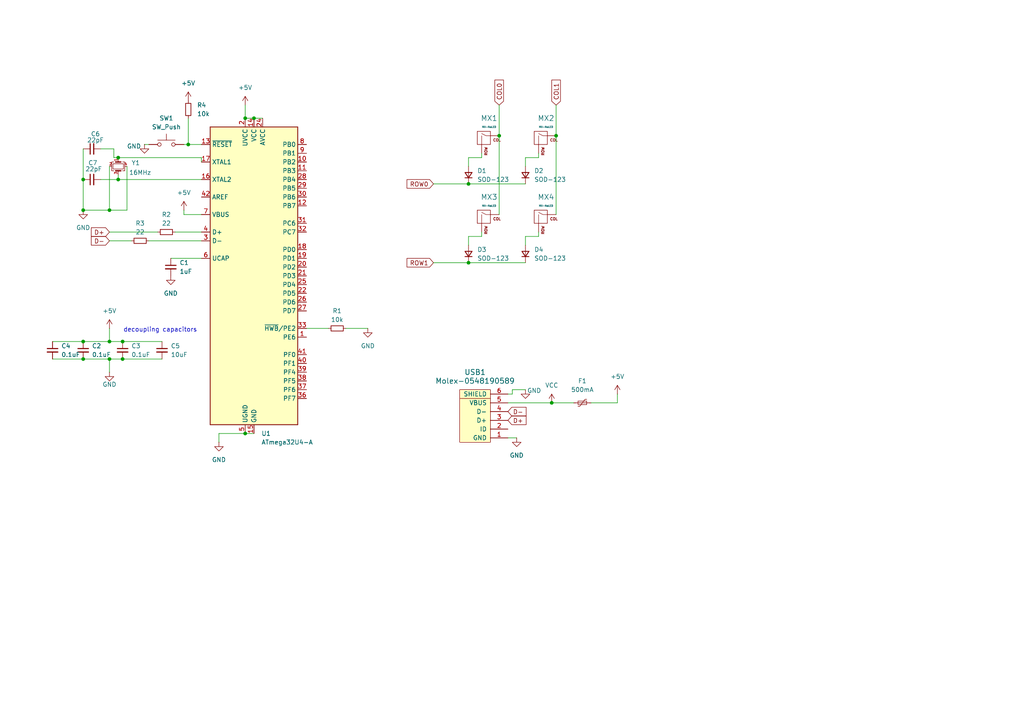
<source format=kicad_sch>
(kicad_sch (version 20250114) (generator "eeschema") (generator_version "9.0")
  (paper "A4")
  (lib_symbols
    (symbol "Device:C_Small" (pin_numbers (hide yes)) (pin_names (offset 0.254) (hide yes))
      (property "Reference" "C" (at 0.254 1.778 0))
      (property "Value" "C_Small" (at 0.254 -2.032 0))
      (symbol "C_Small_0_1"
        (polyline (pts (xy -1.524 0.508) (xy 1.524 0.508)) (stroke (width 0.3048)))
        (polyline (pts (xy -1.524 -0.508) (xy 1.524 -0.508)) (stroke (width 0.3302)))
      )
      (symbol "C_Small_1_1"
        (pin passive line (at 0 2.54 270) (length 2.032) (name "~") (number "1"))
        (pin passive line (at 0 -2.54 90) (length 2.032) (name "~") (number "2"))
      )
    )
    (symbol "Device:Crystal_GND24_Small" (pin_names (offset 1.016) (hide yes))
      (property "Reference" "Y" (at 1.27 4.445 0))
      (property "Value" "Crystal_GND24_Small" (at 1.27 2.54 0))
      (symbol "Crystal_GND24_Small_0_1"
        (polyline (pts (xy -1.27 1.27) (xy -1.27 1.905) (xy 1.27 1.905) (xy 1.27 1.27)))
        (polyline (pts (xy -1.27 -0.762) (xy -1.27 0.762)) (stroke (width 0.381)))
        (polyline (pts (xy -1.27 -1.27) (xy -1.27 -1.905) (xy 1.27 -1.905) (xy 1.27 -1.27)))
        (rectangle (start -0.762 -1.524) (end 0.762 1.524))
        (polyline (pts (xy 1.27 -0.762) (xy 1.27 0.762)) (stroke (width 0.381)))
      )
      (symbol "Crystal_GND24_Small_1_1"
        (pin passive line (at -2.54 0 0) (length 1.27) (name "1") (number "1"))
        (pin passive line (at 0 2.54 270) (length 0.635) (name "4") (number "4"))
        (pin passive line (at 0 -2.54 90) (length 0.635) (name "2") (number "2"))
        (pin passive line (at 2.54 0 180) (length 1.27) (name "3") (number "3"))
      )
    )
    (symbol "Device:D_Small" (pin_numbers (hide yes)) (pin_names (offset 0.254) (hide yes))
      (property "Reference" "D" (at -1.27 2.032 0))
      (property "Value" "D_Small" (at -3.81 -2.032 0))
      (symbol "D_Small_0_1"
        (polyline (pts (xy -0.762 0) (xy 0.762 0)))
        (polyline (pts (xy -0.762 -1.016) (xy -0.762 1.016)) (stroke (width 0.254)))
        (polyline (pts (xy 0.762 -1.016) (xy -0.762 0) (xy 0.762 1.016) (xy 0.762 -1.016)) (stroke (width 0.254)))
      )
      (symbol "D_Small_1_1"
        (pin passive line (at -2.54 0 0) (length 1.778) (name "K") (number "1"))
        (pin passive line (at 2.54 0 180) (length 1.778) (name "A") (number "2"))
      )
    )
    (symbol "Device:Polyfuse_Small" (pin_numbers (hide yes)) (pin_names (offset 0))
      (property "Reference" "F" (at -1.905 0 90))
      (property "Value" "Polyfuse_Small" (at 1.905 0 90))
      (symbol "Polyfuse_Small_0_1"
        (polyline (pts (xy -1.016 1.27) (xy -1.016 0.762) (xy 1.016 -0.762) (xy 1.016 -1.27)))
        (rectangle (start -0.508 1.27) (end 0.508 -1.27))
        (polyline (pts (xy 0 2.54) (xy 0 -2.54)))
      )
      (symbol "Polyfuse_Small_1_1"
        (pin passive line (at 0 2.54 270) (length 0.635) (name "~") (number "1"))
        (pin passive line (at 0 -2.54 90) (length 0.635) (name "~") (number "2"))
      )
    )
    (symbol "Device:R_Small" (pin_numbers (hide yes)) (pin_names (offset 0.254) (hide yes))
      (property "Reference" "R" (at 0.762 0.508 0))
      (property "Value" "R_Small" (at 0.762 -1.016 0))
      (symbol "R_Small_0_1"
        (rectangle (start -0.762 1.778) (end 0.762 -1.778) (stroke (width 0.2032)))
      )
      (symbol "R_Small_1_1"
        (pin passive line (at 0 2.54 270) (length 0.762) (name "~") (number "1"))
        (pin passive line (at 0 -2.54 90) (length 0.762) (name "~") (number "2"))
      )
    )
    (symbol "MCU_Microchip_ATmega:ATmega32U4-A"
      (property "Reference" "U" (at -12.7 44.45 0))
      (property "Value" "ATmega32U4-A" (at 2.54 -44.45 0))
      (symbol "ATmega32U4-A_0_1"
        (rectangle (start -12.7 -43.18) (end 12.7 43.18) (stroke (width 0.254)) (fill (type background)))
      )
      (symbol "ATmega32U4-A_1_1"
        (pin input line (at -15.24 38.1 0) (length 2.54) (name "~{RESET}") (number "13"))
        (pin input line (at -15.24 33.02 0) (length 2.54) (name "XTAL1") (number "17"))
        (pin output line (at -15.24 27.94 0) (length 2.54) (name "XTAL2") (number "16"))
        (pin passive line (at -15.24 22.86 0) (length 2.54) (name "AREF") (number "42"))
        (pin input line (at -15.24 17.78 0) (length 2.54) (name "VBUS") (number "7"))
        (pin bidirectional line (at -15.24 12.7 0) (length 2.54) (name "D+") (number "4"))
        (pin bidirectional line (at -15.24 10.16 0) (length 2.54) (name "D-") (number "3"))
        (pin passive line (at -15.24 5.08 0) (length 2.54) (name "UCAP") (number "6"))
        (pin power_in line (at -2.54 45.72 270) (length 2.54) (name "UVCC") (number "2"))
        (pin passive line (at -2.54 -45.72 90) (length 2.54) (name "UGND") (number "5"))
        (pin power_in line (at 0 45.72 270) (length 2.54) (name "VCC") (number "14"))
        (pin passive line (at 0 45.72 270) (length 2.54) (hide yes) (name "VCC") (number "34"))
        (pin power_in line (at 0 -45.72 90) (length 2.54) (name "GND") (number "15"))
        (pin passive line (at 0 -45.72 90) (length 2.54) (hide yes) (name "GND") (number "23"))
        (pin passive line (at 0 -45.72 90) (length 2.54) (hide yes) (name "GND") (number "35"))
        (pin passive line (at 0 -45.72 90) (length 2.54) (hide yes) (name "GND") (number "43"))
        (pin power_in line (at 2.54 45.72 270) (length 2.54) (name "AVCC") (number "24"))
        (pin passive line (at 2.54 45.72 270) (length 2.54) (hide yes) (name "AVCC") (number "44"))
        (pin bidirectional line (at 15.24 38.1 180) (length 2.54) (name "PB0") (number "8"))
        (pin bidirectional line (at 15.24 35.56 180) (length 2.54) (name "PB1") (number "9"))
        (pin bidirectional line (at 15.24 33.02 180) (length 2.54) (name "PB2") (number "10"))
        (pin bidirectional line (at 15.24 30.48 180) (length 2.54) (name "PB3") (number "11"))
        (pin bidirectional line (at 15.24 27.94 180) (length 2.54) (name "PB4") (number "28"))
        (pin bidirectional line (at 15.24 25.4 180) (length 2.54) (name "PB5") (number "29"))
        (pin bidirectional line (at 15.24 22.86 180) (length 2.54) (name "PB6") (number "30"))
        (pin bidirectional line (at 15.24 20.32 180) (length 2.54) (name "PB7") (number "12"))
        (pin bidirectional line (at 15.24 15.24 180) (length 2.54) (name "PC6") (number "31"))
        (pin bidirectional line (at 15.24 12.7 180) (length 2.54) (name "PC7") (number "32"))
        (pin bidirectional line (at 15.24 7.62 180) (length 2.54) (name "PD0") (number "18"))
        (pin bidirectional line (at 15.24 5.08 180) (length 2.54) (name "PD1") (number "19"))
        (pin bidirectional line (at 15.24 2.54 180) (length 2.54) (name "PD2") (number "20"))
        (pin bidirectional line (at 15.24 0 180) (length 2.54) (name "PD3") (number "21"))
        (pin bidirectional line (at 15.24 -2.54 180) (length 2.54) (name "PD4") (number "25"))
        (pin bidirectional line (at 15.24 -5.08 180) (length 2.54) (name "PD5") (number "22"))
        (pin bidirectional line (at 15.24 -7.62 180) (length 2.54) (name "PD6") (number "26"))
        (pin bidirectional line (at 15.24 -10.16 180) (length 2.54) (name "PD7") (number "27"))
        (pin bidirectional line (at 15.24 -15.24 180) (length 2.54) (name "~{HWB}/PE2") (number "33"))
        (pin bidirectional line (at 15.24 -17.78 180) (length 2.54) (name "PE6") (number "1"))
        (pin bidirectional line (at 15.24 -22.86 180) (length 2.54) (name "PF0") (number "41"))
        (pin bidirectional line (at 15.24 -25.4 180) (length 2.54) (name "PF1") (number "40"))
        (pin bidirectional line (at 15.24 -27.94 180) (length 2.54) (name "PF4") (number "39"))
        (pin bidirectional line (at 15.24 -30.48 180) (length 2.54) (name "PF5") (number "38"))
        (pin bidirectional line (at 15.24 -33.02 180) (length 2.54) (name "PF6") (number "37"))
        (pin bidirectional line (at 15.24 -35.56 180) (length 2.54) (name "PF7") (number "36"))
      )
    )
    (symbol "MX_Alps_Hybrid:MX-NoLED" (pin_names (offset 1.016))
      (property "Reference" "MX" (at -0.635 3.81 0))
      (property "Value" "MX-NoLED" (at -0.635 1.27 0))
      (symbol "MX-NoLED_0_0"
        (rectangle (start -2.54 2.54) (end 1.27 -1.27))
        (polyline (pts (xy -1.27 -1.27) (xy -1.27 1.27)) (stroke (width 0.127)))
        (polyline (pts (xy 1.27 1.27) (xy 0 1.27) (xy -1.27 1.905)) (stroke (width 0.127)))
        (text "ROW" (at 0 -1.905 900) (effects (font (size 0.762 0.762)) (justify right)))
        (text "COL" (at 3.175 0 0) (effects (font (size 0.762 0.762))))
      )
      (symbol "MX-NoLED_1_1"
        (pin passive line (at -1.27 -3.81 90) (length 2.54) (name "ROW") (number "2"))
        (pin passive line (at 3.81 1.27 180) (length 2.54) (name "COL") (number "1"))
      )
    )
    (symbol "Switch:SW_Push" (pin_numbers (hide yes)) (pin_names (offset 1.016) (hide yes))
      (property "Reference" "SW" (at 1.27 2.54 0))
      (property "Value" "SW_Push" (at 0 -1.524 0))
      (symbol "SW_Push_0_1"
        (circle (center -2.032 0) (radius 0.508))
        (polyline (pts (xy 0 1.27) (xy 0 3.048)))
        (circle (center 2.032 0) (radius 0.508))
        (polyline (pts (xy 2.54 1.27) (xy -2.54 1.27)))
        (pin passive line (at -5.08 0 0) (length 2.54) (name "1") (number "1"))
        (pin passive line (at 5.08 0 180) (length 2.54) (name "2") (number "2"))
      )
    )
    (symbol "power:+5V" (power) (pin_numbers (hide yes)) (pin_names (offset 0) (hide yes))
      (property "Value" "+5V" (at 0 3.556 0))
      (symbol "+5V_0_1"
        (polyline (pts (xy -0.762 1.27) (xy 0 2.54)))
        (polyline (pts (xy 0 2.54) (xy 0.762 1.27)))
        (polyline (pts (xy 0 0) (xy 0 2.54)))
      )
      (symbol "+5V_1_1"
        (pin power_in line (at 0 0 90) (length 0) (name "~") (number "1"))
      )
    )
    (symbol "power:GND" (power) (pin_numbers (hide yes)) (pin_names (offset 0) (hide yes))
      (property "Value" "GND" (at 0 -3.81 0))
      (symbol "GND_0_1"
        (polyline (pts (xy 0 0) (xy 0 -1.27) (xy 1.27 -1.27) (xy 0 -2.54) (xy -1.27 -1.27) (xy 0 -1.27)))
      )
      (symbol "GND_1_1"
        (pin power_in line (at 0 0 270) (length 0) (name "~") (number "1"))
      )
    )
    (symbol "power:VCC" (power) (pin_numbers (hide yes)) (pin_names (offset 0) (hide yes))
      (property "Value" "VCC" (at 0 3.556 0))
      (symbol "VCC_0_1"
        (polyline (pts (xy -0.762 1.27) (xy 0 2.54)))
        (polyline (pts (xy 0 2.54) (xy 0.762 1.27)))
        (polyline (pts (xy 0 0) (xy 0 2.54)))
      )
      (symbol "VCC_1_1"
        (pin power_in line (at 0 0 90) (length 0) (name "~") (number "1"))
      )
    )
    (symbol "random-keyboard-parts:Molex-0548190589" (pin_names (offset 1.016))
      (property "Reference" "USB" (at 0 7.62 0))
      (property "Value" "Molex-0548190589" (at 0 10.16 0))
      (symbol "Molex-0548190589_0_0"
        (polyline (pts (xy 6.35 -2.54) (xy 6.35 6.35)))
        (rectangle (start 8.89 -2.54) (end -6.35 6.35) (fill (type background)))
      )
      (symbol "Molex-0548190589_1_1"
        (pin input line (at -5.08 -7.62 90) (length 5.08) (name "GND") (number "1"))
        (pin input line (at -2.54 -7.62 90) (length 5.08) (name "ID") (number "2"))
        (pin input line (at 0 -7.62 90) (length 5.08) (name "D+") (number "3"))
        (pin input line (at 2.54 -7.62 90) (length 5.08) (name "D-") (number "4"))
        (pin input line (at 5.08 -7.62 90) (length 5.08) (name "VBUS") (number "5"))
        (pin input line (at 7.62 -7.62 90) (length 5.08) (name "SHIELD") (number "6"))
      )
    )
  )
  (text "decoupling capacitors" (at 46.482 95.758 0) (effects (font (size 1.27 1.27))))
  (junction (at 24.13 60.96))
  (junction (at 73.66 34.29))
  (junction (at 135.89 76.2))
  (junction (at 31.75 60.96))
  (junction (at 31.75 104.14))
  (junction (at 135.89 53.34))
  (junction (at 54.61 41.91))
  (junction (at 24.13 104.14))
  (junction (at 71.12 34.29))
  (junction (at 34.29 45.72))
  (junction (at 24.13 52.07))
  (junction (at 31.75 99.06))
  (junction (at 34.29 52.07))
  (junction (at 160.02 116.84))
  (junction (at 24.13 99.06))
  (junction (at 35.56 104.14))
  (junction (at 71.12 125.73))
  (junction (at 144.78 39.37))
  (junction (at 161.29 39.37))
  (junction (at 35.56 99.06))
  (wire (pts (xy 54.61 34.29) (xy 54.61 41.91)))
  (wire (pts (xy 49.53 74.93) (xy 58.42 74.93)))
  (wire (pts (xy 63.5 128.27) (xy 63.5 125.73)))
  (wire (pts (xy 156.21 45.72) (xy 156.21 44.45)))
  (wire (pts (xy 53.34 41.91) (xy 54.61 41.91)))
  (wire (pts (xy 31.75 67.31) (xy 45.72 67.31)))
  (wire (pts (xy 34.29 45.72) (xy 58.42 45.72)))
  (wire (pts (xy 63.5 125.73) (xy 71.12 125.73)))
  (wire (pts (xy 171.45 116.84) (xy 179.07 116.84)))
  (wire (pts (xy 58.42 45.72) (xy 58.42 46.99)))
  (wire (pts (xy 15.24 104.14) (xy 24.13 104.14)))
  (wire (pts (xy 149.86 127) (xy 147.32 127)))
  (wire (pts (xy 156.21 68.58) (xy 156.21 67.31)))
  (wire (pts (xy 58.42 52.07) (xy 34.29 52.07)))
  (wire (pts (xy 35.56 104.14) (xy 46.99 104.14)))
  (wire (pts (xy 24.13 60.96) (xy 31.75 60.96)))
  (wire (pts (xy 148.59 114.3) (xy 147.32 114.3)))
  (wire (pts (xy 71.12 34.29) (xy 73.66 34.29)))
  (wire (pts (xy 148.59 113.03) (xy 148.59 114.3)))
  (wire (pts (xy 139.7 45.72) (xy 139.7 44.45)))
  (wire (pts (xy 29.21 52.07) (xy 34.29 52.07)))
  (wire (pts (xy 34.29 52.07) (xy 34.29 50.8)))
  (wire (pts (xy 73.66 34.29) (xy 76.2 34.29)))
  (wire (pts (xy 15.24 99.06) (xy 24.13 99.06)))
  (wire (pts (xy 135.89 53.34) (xy 152.4 53.34)))
  (wire (pts (xy 43.18 41.91) (xy 41.91 41.91)))
  (wire (pts (xy 31.75 69.85) (xy 38.1 69.85)))
  (wire (pts (xy 125.73 53.34) (xy 135.89 53.34)))
  (wire (pts (xy 139.7 68.58) (xy 139.7 67.31)))
  (wire (pts (xy 125.73 76.2) (xy 135.89 76.2)))
  (wire (pts (xy 135.89 76.2) (xy 152.4 76.2)))
  (wire (pts (xy 31.75 48.26) (xy 31.75 60.96)))
  (wire (pts (xy 33.02 43.18) (xy 29.21 43.18)))
  (wire (pts (xy 152.4 113.03) (xy 148.59 113.03)))
  (wire (pts (xy 71.12 30.48) (xy 71.12 34.29)))
  (wire (pts (xy 135.89 45.72) (xy 135.89 48.26)))
  (wire (pts (xy 161.29 39.37) (xy 161.29 62.23)))
  (wire (pts (xy 53.34 62.23) (xy 58.42 62.23)))
  (wire (pts (xy 147.32 116.84) (xy 160.02 116.84)))
  (wire (pts (xy 31.75 104.14) (xy 31.75 107.95)))
  (wire (pts (xy 152.4 68.58) (xy 152.4 71.12)))
  (wire (pts (xy 36.83 60.96) (xy 31.75 60.96)))
  (wire (pts (xy 31.75 104.14) (xy 35.56 104.14)))
  (wire (pts (xy 160.02 116.84) (xy 166.37 116.84)))
  (wire (pts (xy 33.02 45.72) (xy 34.29 45.72)))
  (wire (pts (xy 33.02 45.72) (xy 33.02 43.18)))
  (wire (pts (xy 24.13 52.07) (xy 24.13 60.96)))
  (wire (pts (xy 54.61 41.91) (xy 58.42 41.91)))
  (wire (pts (xy 53.34 60.96) (xy 53.34 62.23)))
  (wire (pts (xy 152.4 68.58) (xy 156.21 68.58)))
  (wire (pts (xy 35.56 99.06) (xy 46.99 99.06)))
  (wire (pts (xy 144.78 39.37) (xy 144.78 62.23)))
  (wire (pts (xy 179.07 116.84) (xy 179.07 114.3)))
  (wire (pts (xy 88.9 95.25) (xy 95.25 95.25)))
  (wire (pts (xy 24.13 99.06) (xy 31.75 99.06)))
  (wire (pts (xy 152.4 45.72) (xy 156.21 45.72)))
  (wire (pts (xy 152.4 45.72) (xy 152.4 48.26)))
  (wire (pts (xy 135.89 45.72) (xy 139.7 45.72)))
  (wire (pts (xy 31.75 99.06) (xy 35.56 99.06)))
  (wire (pts (xy 161.29 30.48) (xy 161.29 39.37)))
  (wire (pts (xy 144.78 30.48) (xy 144.78 39.37)))
  (wire (pts (xy 135.89 68.58) (xy 139.7 68.58)))
  (wire (pts (xy 135.89 68.58) (xy 135.89 71.12)))
  (wire (pts (xy 31.75 95.25) (xy 31.75 99.06)))
  (wire (pts (xy 71.12 125.73) (xy 73.66 125.73)))
  (wire (pts (xy 24.13 43.18) (xy 24.13 52.07)))
  (wire (pts (xy 24.13 104.14) (xy 31.75 104.14)))
  (wire (pts (xy 43.18 69.85) (xy 58.42 69.85)))
  (wire (pts (xy 36.83 48.26) (xy 36.83 60.96)))
  (wire (pts (xy 100.33 95.25) (xy 106.68 95.25)))
  (wire (pts (xy 50.8 67.31) (xy 58.42 67.31)))
  (global_label "ROW1" (shape input) (at 125.73 76.2 180) (property "Intersheetrefs" "${INTERSHEET_REFS}" (effects (hide yes))))
  (global_label "D+" (shape input) (at 147.32 121.92 0) (property "Intersheetrefs" "${INTERSHEET_REFS}" (effects (hide yes))))
  (global_label "COL1" (shape input) (at 161.29 30.48 90) (property "Intersheetrefs" "${INTERSHEET_REFS}" (effects (hide yes))))
  (global_label "D-" (shape input) (at 31.75 69.85 180) (property "Intersheetrefs" "${INTERSHEET_REFS}" (effects (hide yes))))
  (global_label "COL0" (shape input) (at 144.78 30.48 90) (property "Intersheetrefs" "${INTERSHEET_REFS}" (effects (hide yes))))
  (global_label "ROW0" (shape input) (at 125.73 53.34 180) (property "Intersheetrefs" "${INTERSHEET_REFS}" (effects (hide yes))))
  (global_label "D+" (shape input) (at 31.75 67.31 180) (property "Intersheetrefs" "${INTERSHEET_REFS}" (effects (hide yes))))
  (global_label "D-" (shape input) (at 147.32 119.38 0) (property "Intersheetrefs" "${INTERSHEET_REFS}" (effects (hide yes))))
  (symbol (lib_id "Device:D_Small") (at 152.4 73.66 90) (unit 1)
    (property "Reference" "D4" (at 154.94 72.3899 90) (effects (justify right)))
    (property "Value" "SOD-123" (at 154.94 74.9299 90) (effects (justify right)))
    (property "Footprint" "Diode_SMD:D_SOD-123" (effects (hide yes)))
    (property "Description" "Diode, small symbol" (effects (hide yes)))
    (property "Sim.Device" "D" (effects (hide yes)))
    (property "Sim.Pins" "1=K 2=A" (effects (hide yes)))
  )
  (symbol (lib_id "power:GND") (at 41.91 41.91 0) (unit 1)
    (property "Reference" "#PWR09" (effects (hide yes)))
    (property "Value" "GND" (at 38.862 42.418 0))
    (property "Description" "Power symbol creates a global label with name \"GND\" , ground" (effects (hide yes)))
  )
  (symbol (lib_id "Device:Polyfuse_Small") (at 168.91 116.84 90) (unit 1)
    (property "Reference" "F1" (at 168.91 110.49 90))
    (property "Value" "500mA" (at 168.91 113.03 90))
    (property "Footprint" "Fuse:Fuse_1206_3216Metric" (effects (hide yes)))
    (property "Description" "Resettable fuse, polymeric positive temperature coefficient, small symbol" (effects (hide yes)))
  )
  (symbol (lib_id "Device:C_Small") (at 49.53 77.47 0) (unit 1)
    (property "Reference" "C1" (at 52.07 76.2062 0) (effects (justify left)))
    (property "Value" "1uF" (at 52.07 78.7462 0) (effects (justify left)))
    (property "Footprint" "Capacitor_SMD:C_0805_2012Metric" (effects (hide yes)))
    (property "Description" "Unpolarized capacitor, small symbol" (effects (hide yes)))
  )
  (symbol (lib_id "power:GND") (at 49.53 80.01 0) (unit 1)
    (property "Reference" "#PWR07" (effects (hide yes)))
    (property "Value" "GND" (at 49.53 85.09 0))
    (property "Description" "Power symbol creates a global label with name \"GND\" , ground" (effects (hide yes)))
  )
  (symbol (lib_id "power:+5V") (at 31.75 95.25 0) (unit 1)
    (property "Reference" "#PWR04" (effects (hide yes)))
    (property "Value" "+5V" (at 31.75 90.17 0))
    (property "Description" "Power symbol creates a global label with name \"+5V\"" (effects (hide yes)))
  )
  (symbol (lib_id "MCU_Microchip_ATmega:ATmega32U4-A") (at 73.66 80.01 0) (unit 1)
    (property "Reference" "U1" (at 75.8033 125.73 0) (effects (justify left)))
    (property "Value" "ATmega32U4-A" (at 75.8033 128.27 0) (effects (justify left)))
    (property "Footprint" "Package_QFP:TQFP-44_10x10mm_P0.8mm" (effects (hide yes)))
    (property "Datasheet" "http://ww1.microchip.com/downloads/en/DeviceDoc/Atmel-7766-8-bit-AVR-ATmega16U4-32U4_Datasheet.pdf" (effects (hide yes)))
    (property "Description" "16MHz, 32kB Flash, 2.5kB SRAM, 1kB EEPROM, USB 2.0, TQFP-44" (effects (hide yes)))
  )
  (symbol (lib_id "power:GND") (at 31.75 107.95 0) (unit 1)
    (property "Reference" "#PWR05" (effects (hide yes)))
    (property "Value" "GND" (at 31.75 111.506 0))
    (property "Description" "Power symbol creates a global label with name \"GND\" , ground" (effects (hide yes)))
  )
  (symbol (lib_id "Device:D_Small") (at 152.4 50.8 90) (unit 1)
    (property "Reference" "D2" (at 154.94 49.5299 90) (effects (justify right)))
    (property "Value" "SOD-123" (at 154.94 52.0699 90) (effects (justify right)))
    (property "Footprint" "Diode_SMD:D_SOD-123" (effects (hide yes)))
    (property "Description" "Diode, small symbol" (effects (hide yes)))
    (property "Sim.Device" "D" (effects (hide yes)))
    (property "Sim.Pins" "1=K 2=A" (effects (hide yes)))
  )
  (symbol (lib_id "power:VCC") (at 160.02 116.84 0) (unit 1)
    (property "Reference" "#PWR012" (effects (hide yes)))
    (property "Value" "VCC" (at 160.02 111.76 0))
    (property "Description" "Power symbol creates a global label with name \"VCC\"" (effects (hide yes)))
  )
  (symbol (lib_id "Device:R_Small") (at 54.61 31.75 0) (unit 1)
    (property "Reference" "R4" (at 57.15 30.4799 0) (effects (justify left)))
    (property "Value" "10k" (at 57.15 33.0199 0) (effects (justify left)))
    (property "Footprint" "Resistor_SMD:R_0805_2012Metric" (effects (hide yes)))
    (property "Description" "Resistor, small symbol" (effects (hide yes)))
  )
  (symbol (lib_id "MX_Alps_Hybrid:MX-NoLED") (at 140.97 63.5 0) (unit 1)
    (property "Reference" "MX3" (at 141.8652 57.15 0) (effects (font (size 1.524 1.524))))
    (property "Value" "MX-NoLED" (at 141.8652 59.69 0) (effects (font (size 0.508 0.508))))
    (property "Footprint" "MX_Alps_Hybrid:MX-1U" (effects (hide yes)))
  )
  (symbol (lib_id "MX_Alps_Hybrid:MX-NoLED") (at 157.48 63.5 0) (unit 1)
    (property "Reference" "MX4" (at 158.3752 57.15 0) (effects (font (size 1.524 1.524))))
    (property "Value" "MX-NoLED" (at 158.3752 59.69 0) (effects (font (size 0.508 0.508))))
    (property "Footprint" "MX_Alps_Hybrid:MX-1U" (effects (hide yes)))
  )
  (symbol (lib_id "power:GND") (at 149.86 127 0) (unit 1)
    (property "Reference" "#PWR013" (effects (hide yes)))
    (property "Value" "GND" (at 149.86 132.08 0))
    (property "Description" "Power symbol creates a global label with name \"GND\" , ground" (effects (hide yes)))
  )
  (symbol (lib_id "Device:C_Small") (at 46.99 101.6 0) (unit 1)
    (property "Reference" "C5" (at 49.53 100.3362 0) (effects (justify left)))
    (property "Value" "10uF" (at 49.53 102.8762 0) (effects (justify left)))
    (property "Footprint" "Capacitor_SMD:C_0805_2012Metric" (effects (hide yes)))
    (property "Description" "Unpolarized capacitor, small symbol" (effects (hide yes)))
  )
  (symbol (lib_id "Switch:SW_Push") (at 48.26 41.91 0) (unit 1)
    (property "Reference" "SW1" (at 48.26 34.29 0))
    (property "Value" "SW_Push" (at 48.26 36.83 0))
    (property "Footprint" "random-keyboard-parts:SKQG-1155865" (effects (hide yes)))
    (property "Description" "Push button switch, generic, two pins" (effects (hide yes)))
  )
  (symbol (lib_id "MX_Alps_Hybrid:MX-NoLED") (at 157.48 40.64 0) (unit 1)
    (property "Reference" "MX2" (at 158.3752 34.29 0) (effects (font (size 1.524 1.524))))
    (property "Value" "MX-NoLED" (at 158.3752 36.83 0) (effects (font (size 0.508 0.508))))
    (property "Footprint" "MX_Alps_Hybrid:MX-1U" (effects (hide yes)))
  )
  (symbol (lib_id "Device:C_Small") (at 24.13 101.6 0) (unit 1)
    (property "Reference" "C2" (at 26.67 100.3362 0) (effects (justify left)))
    (property "Value" "0.1uF" (at 26.67 102.8762 0) (effects (justify left)))
    (property "Footprint" "Capacitor_SMD:C_0805_2012Metric" (effects (hide yes)))
    (property "Description" "Unpolarized capacitor, small symbol" (effects (hide yes)))
  )
  (symbol (lib_id "Device:C_Small") (at 26.67 52.07 90) (unit 1)
    (property "Reference" "C7" (at 26.924 47.244 90))
    (property "Value" "22pF" (at 27.178 49.022 90))
    (property "Footprint" "Capacitor_SMD:C_0805_2012Metric" (effects (hide yes)))
    (property "Description" "Unpolarized capacitor, small symbol" (effects (hide yes)))
  )
  (symbol (lib_id "power:GND") (at 106.68 95.25 0) (unit 1)
    (property "Reference" "#PWR03" (effects (hide yes)))
    (property "Value" "GND" (at 106.68 100.33 0))
    (property "Description" "Power symbol creates a global label with name \"GND\" , ground" (effects (hide yes)))
  )
  (symbol (lib_id "Device:C_Small") (at 26.67 43.18 90) (unit 1)
    (property "Reference" "C6" (at 27.686 38.862 90))
    (property "Value" "22pF" (at 27.686 40.64 90))
    (property "Footprint" "Capacitor_SMD:C_0805_2012Metric" (effects (hide yes)))
    (property "Description" "Unpolarized capacitor, small symbol" (effects (hide yes)))
  )
  (symbol (lib_id "Device:D_Small") (at 135.89 50.8 90) (unit 1)
    (property "Reference" "D1" (at 138.43 49.5299 90) (effects (justify right)))
    (property "Value" "SOD-123" (at 138.43 52.0699 90) (effects (justify right)))
    (property "Footprint" "Diode_SMD:D_SOD-123" (effects (hide yes)))
    (property "Description" "Diode, small symbol" (effects (hide yes)))
    (property "Sim.Device" "D" (effects (hide yes)))
    (property "Sim.Pins" "1=K 2=A" (effects (hide yes)))
  )
  (symbol (lib_id "MX_Alps_Hybrid:MX-NoLED") (at 140.97 40.64 0) (unit 1)
    (property "Reference" "MX1" (at 141.8652 34.29 0) (effects (font (size 1.524 1.524))))
    (property "Value" "MX-NoLED" (at 141.8652 36.83 0) (effects (font (size 0.508 0.508))))
    (property "Footprint" "MX_Alps_Hybrid:MX-1U" (effects (hide yes)))
  )
  (symbol (lib_id "power:+5V") (at 179.07 114.3 0) (unit 1)
    (property "Reference" "#PWR011" (effects (hide yes)))
    (property "Value" "+5V" (at 179.07 109.22 0))
    (property "Description" "Power symbol creates a global label with name \"+5V\"" (effects (hide yes)))
  )
  (symbol (lib_id "Device:C_Small") (at 35.56 101.6 0) (unit 1)
    (property "Reference" "C3" (at 38.1 100.3362 0) (effects (justify left)))
    (property "Value" "0.1uF" (at 38.1 102.8762 0) (effects (justify left)))
    (property "Footprint" "Capacitor_SMD:C_0805_2012Metric" (effects (hide yes)))
    (property "Description" "Unpolarized capacitor, small symbol" (effects (hide yes)))
  )
  (symbol (lib_id "Device:C_Small") (at 15.24 101.6 0) (unit 1)
    (property "Reference" "C4" (at 17.78 100.3362 0) (effects (justify left)))
    (property "Value" "0.1uF" (at 17.78 102.8762 0) (effects (justify left)))
    (property "Footprint" "Capacitor_SMD:C_0805_2012Metric" (effects (hide yes)))
    (property "Description" "Unpolarized capacitor, small symbol" (effects (hide yes)))
  )
  (symbol (lib_id "Device:R_Small") (at 40.64 69.85 90) (unit 1)
    (property "Reference" "R3" (at 40.64 64.77 90))
    (property "Value" "22" (at 40.64 67.31 90))
    (property "Footprint" "Resistor_SMD:R_0805_2012Metric" (effects (hide yes)))
    (property "Description" "Resistor, small symbol" (effects (hide yes)))
  )
  (symbol (lib_id "Device:R_Small") (at 97.79 95.25 90) (unit 1)
    (property "Reference" "R1" (at 97.79 90.17 90))
    (property "Value" "10k" (at 97.79 92.71 90))
    (property "Footprint" "Resistor_SMD:R_0805_2012Metric" (effects (hide yes)))
    (property "Description" "Resistor, small symbol" (effects (hide yes)))
  )
  (symbol (lib_id "power:GND") (at 63.5 128.27 0) (unit 1)
    (property "Reference" "#PWR02" (effects (hide yes)))
    (property "Value" "GND" (at 63.5 133.35 0))
    (property "Description" "Power symbol creates a global label with name \"GND\" , ground" (effects (hide yes)))
  )
  (symbol (lib_id "Device:Crystal_GND24_Small") (at 34.29 48.26 270) (unit 1)
    (property "Reference" "Y1" (at 39.37 47.244 90))
    (property "Value" "16MHz" (at 40.64 50.038 90))
    (property "Footprint" "Crystal:Crystal_SMD_3225-4Pin_3.2x2.5mm" (effects (hide yes)))
    (property "Description" "Four pin crystal, GND on pins 2 and 4, small symbol" (effects (hide yes)))
  )
  (symbol (lib_id "power:+5V") (at 53.34 60.96 0) (unit 1)
    (property "Reference" "#PWR06" (effects (hide yes)))
    (property "Value" "+5V" (at 53.34 55.88 0))
    (property "Description" "Power symbol creates a global label with name \"+5V\"" (effects (hide yes)))
  )
  (symbol (lib_id "power:GND") (at 152.4 113.03 0) (unit 1)
    (property "Reference" "#PWR014" (effects (hide yes)))
    (property "Value" "GND" (at 154.94 113.284 0))
    (property "Description" "Power symbol creates a global label with name \"GND\" , ground" (effects (hide yes)))
  )
  (symbol (lib_id "random-keyboard-parts:Molex-0548190589") (at 139.7 121.92 90) (unit 1)
    (property "Reference" "USB1" (at 137.795 107.95 90) (effects (font (size 1.524 1.524))))
    (property "Value" "Molex-0548190589" (at 137.795 110.49 90) (effects (font (size 1.524 1.524))))
    (property "Footprint" "random-keyboard-parts:Molex-0548190589" (effects (hide yes)))
  )
  (symbol (lib_id "Device:R_Small") (at 48.26 67.31 90) (unit 1)
    (property "Reference" "R2" (at 48.26 62.23 90))
    (property "Value" "22" (at 48.26 64.77 90))
    (property "Footprint" "Resistor_SMD:R_0805_2012Metric" (effects (hide yes)))
    (property "Description" "Resistor, small symbol" (effects (hide yes)))
  )
  (symbol (lib_id "power:+5V") (at 54.61 29.21 0) (unit 1)
    (property "Reference" "#PWR010" (effects (hide yes)))
    (property "Value" "+5V" (at 54.61 24.13 0))
    (property "Description" "Power symbol creates a global label with name \"+5V\"" (effects (hide yes)))
  )
  (symbol (lib_id "power:+5V") (at 71.12 30.48 0) (unit 1)
    (property "Reference" "#PWR01" (effects (hide yes)))
    (property "Value" "+5V" (at 71.12 25.4 0))
    (property "Description" "Power symbol creates a global label with name \"+5V\"" (effects (hide yes)))
  )
  (symbol (lib_id "power:GND") (at 24.13 60.96 0) (unit 1)
    (property "Reference" "#PWR08" (effects (hide yes)))
    (property "Value" "GND" (at 24.13 66.04 0))
    (property "Description" "Power symbol creates a global label with name \"GND\" , ground" (effects (hide yes)))
  )
  (symbol (lib_id "Device:D_Small") (at 135.89 73.66 90) (unit 1)
    (property "Reference" "D3" (at 138.43 72.3899 90) (effects (justify right)))
    (property "Value" "SOD-123" (at 138.43 74.9299 90) (effects (justify right)))
    (property "Footprint" "Diode_SMD:D_SOD-123" (effects (hide yes)))
    (property "Description" "Diode, small symbol" (effects (hide yes)))
    (property "Sim.Device" "D" (effects (hide yes)))
    (property "Sim.Pins" "1=K 2=A" (effects (hide yes)))
  )
)
</source>
